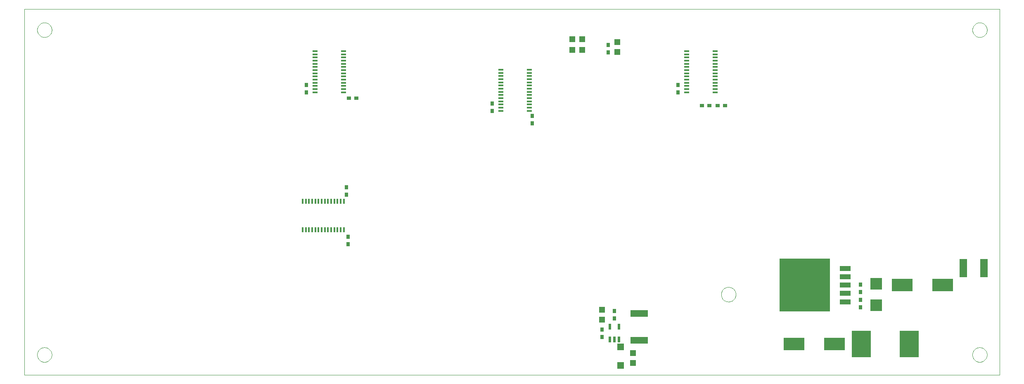
<source format=gbp>
G75*
G70*
%OFA0B0*%
%FSLAX24Y24*%
%IPPOS*%
%LPD*%
%AMOC8*
5,1,8,0,0,1.08239X$1,22.5*
%
%ADD10C,0.0000*%
%ADD11R,0.0217X0.0472*%
%ADD12R,0.0315X0.0354*%
%ADD13R,0.0512X0.0472*%
%ADD14R,0.0551X0.0551*%
%ADD15R,0.1402X0.0551*%
%ADD16R,0.0390X0.0120*%
%ADD17R,0.0354X0.0315*%
%ADD18R,0.0472X0.0512*%
%ADD19R,0.0120X0.0390*%
%ADD20R,0.4098X0.4252*%
%ADD21R,0.0850X0.0420*%
%ADD22R,0.1575X0.2126*%
%ADD23R,0.0945X0.0945*%
%ADD24R,0.1693X0.0984*%
%ADD25R,0.0591X0.1457*%
D10*
X000100Y000444D02*
X000100Y030003D01*
X078840Y030003D01*
X078840Y000444D01*
X000100Y000444D01*
X001134Y002069D02*
X001136Y002117D01*
X001142Y002165D01*
X001152Y002212D01*
X001165Y002258D01*
X001183Y002303D01*
X001203Y002347D01*
X001228Y002389D01*
X001256Y002428D01*
X001286Y002465D01*
X001320Y002499D01*
X001357Y002531D01*
X001395Y002560D01*
X001436Y002585D01*
X001479Y002607D01*
X001524Y002625D01*
X001570Y002639D01*
X001617Y002650D01*
X001665Y002657D01*
X001713Y002660D01*
X001761Y002659D01*
X001809Y002654D01*
X001857Y002645D01*
X001903Y002633D01*
X001948Y002616D01*
X001992Y002596D01*
X002034Y002573D01*
X002074Y002546D01*
X002112Y002516D01*
X002147Y002483D01*
X002179Y002447D01*
X002209Y002409D01*
X002235Y002368D01*
X002257Y002325D01*
X002277Y002281D01*
X002292Y002236D01*
X002304Y002189D01*
X002312Y002141D01*
X002316Y002093D01*
X002316Y002045D01*
X002312Y001997D01*
X002304Y001949D01*
X002292Y001902D01*
X002277Y001857D01*
X002257Y001813D01*
X002235Y001770D01*
X002209Y001729D01*
X002179Y001691D01*
X002147Y001655D01*
X002112Y001622D01*
X002074Y001592D01*
X002034Y001565D01*
X001992Y001542D01*
X001948Y001522D01*
X001903Y001505D01*
X001857Y001493D01*
X001809Y001484D01*
X001761Y001479D01*
X001713Y001478D01*
X001665Y001481D01*
X001617Y001488D01*
X001570Y001499D01*
X001524Y001513D01*
X001479Y001531D01*
X001436Y001553D01*
X001395Y001578D01*
X001357Y001607D01*
X001320Y001639D01*
X001286Y001673D01*
X001256Y001710D01*
X001228Y001749D01*
X001203Y001791D01*
X001183Y001835D01*
X001165Y001880D01*
X001152Y001926D01*
X001142Y001973D01*
X001136Y002021D01*
X001134Y002069D01*
X056351Y006944D02*
X056353Y006992D01*
X056359Y007040D01*
X056369Y007087D01*
X056382Y007133D01*
X056400Y007178D01*
X056420Y007222D01*
X056445Y007264D01*
X056473Y007303D01*
X056503Y007340D01*
X056537Y007374D01*
X056574Y007406D01*
X056612Y007435D01*
X056653Y007460D01*
X056696Y007482D01*
X056741Y007500D01*
X056787Y007514D01*
X056834Y007525D01*
X056882Y007532D01*
X056930Y007535D01*
X056978Y007534D01*
X057026Y007529D01*
X057074Y007520D01*
X057120Y007508D01*
X057165Y007491D01*
X057209Y007471D01*
X057251Y007448D01*
X057291Y007421D01*
X057329Y007391D01*
X057364Y007358D01*
X057396Y007322D01*
X057426Y007284D01*
X057452Y007243D01*
X057474Y007200D01*
X057494Y007156D01*
X057509Y007111D01*
X057521Y007064D01*
X057529Y007016D01*
X057533Y006968D01*
X057533Y006920D01*
X057529Y006872D01*
X057521Y006824D01*
X057509Y006777D01*
X057494Y006732D01*
X057474Y006688D01*
X057452Y006645D01*
X057426Y006604D01*
X057396Y006566D01*
X057364Y006530D01*
X057329Y006497D01*
X057291Y006467D01*
X057251Y006440D01*
X057209Y006417D01*
X057165Y006397D01*
X057120Y006380D01*
X057074Y006368D01*
X057026Y006359D01*
X056978Y006354D01*
X056930Y006353D01*
X056882Y006356D01*
X056834Y006363D01*
X056787Y006374D01*
X056741Y006388D01*
X056696Y006406D01*
X056653Y006428D01*
X056612Y006453D01*
X056574Y006482D01*
X056537Y006514D01*
X056503Y006548D01*
X056473Y006585D01*
X056445Y006624D01*
X056420Y006666D01*
X056400Y006710D01*
X056382Y006755D01*
X056369Y006801D01*
X056359Y006848D01*
X056353Y006896D01*
X056351Y006944D01*
X076634Y002069D02*
X076636Y002117D01*
X076642Y002165D01*
X076652Y002212D01*
X076665Y002258D01*
X076683Y002303D01*
X076703Y002347D01*
X076728Y002389D01*
X076756Y002428D01*
X076786Y002465D01*
X076820Y002499D01*
X076857Y002531D01*
X076895Y002560D01*
X076936Y002585D01*
X076979Y002607D01*
X077024Y002625D01*
X077070Y002639D01*
X077117Y002650D01*
X077165Y002657D01*
X077213Y002660D01*
X077261Y002659D01*
X077309Y002654D01*
X077357Y002645D01*
X077403Y002633D01*
X077448Y002616D01*
X077492Y002596D01*
X077534Y002573D01*
X077574Y002546D01*
X077612Y002516D01*
X077647Y002483D01*
X077679Y002447D01*
X077709Y002409D01*
X077735Y002368D01*
X077757Y002325D01*
X077777Y002281D01*
X077792Y002236D01*
X077804Y002189D01*
X077812Y002141D01*
X077816Y002093D01*
X077816Y002045D01*
X077812Y001997D01*
X077804Y001949D01*
X077792Y001902D01*
X077777Y001857D01*
X077757Y001813D01*
X077735Y001770D01*
X077709Y001729D01*
X077679Y001691D01*
X077647Y001655D01*
X077612Y001622D01*
X077574Y001592D01*
X077534Y001565D01*
X077492Y001542D01*
X077448Y001522D01*
X077403Y001505D01*
X077357Y001493D01*
X077309Y001484D01*
X077261Y001479D01*
X077213Y001478D01*
X077165Y001481D01*
X077117Y001488D01*
X077070Y001499D01*
X077024Y001513D01*
X076979Y001531D01*
X076936Y001553D01*
X076895Y001578D01*
X076857Y001607D01*
X076820Y001639D01*
X076786Y001673D01*
X076756Y001710D01*
X076728Y001749D01*
X076703Y001791D01*
X076683Y001835D01*
X076665Y001880D01*
X076652Y001926D01*
X076642Y001973D01*
X076636Y002021D01*
X076634Y002069D01*
X076634Y028319D02*
X076636Y028367D01*
X076642Y028415D01*
X076652Y028462D01*
X076665Y028508D01*
X076683Y028553D01*
X076703Y028597D01*
X076728Y028639D01*
X076756Y028678D01*
X076786Y028715D01*
X076820Y028749D01*
X076857Y028781D01*
X076895Y028810D01*
X076936Y028835D01*
X076979Y028857D01*
X077024Y028875D01*
X077070Y028889D01*
X077117Y028900D01*
X077165Y028907D01*
X077213Y028910D01*
X077261Y028909D01*
X077309Y028904D01*
X077357Y028895D01*
X077403Y028883D01*
X077448Y028866D01*
X077492Y028846D01*
X077534Y028823D01*
X077574Y028796D01*
X077612Y028766D01*
X077647Y028733D01*
X077679Y028697D01*
X077709Y028659D01*
X077735Y028618D01*
X077757Y028575D01*
X077777Y028531D01*
X077792Y028486D01*
X077804Y028439D01*
X077812Y028391D01*
X077816Y028343D01*
X077816Y028295D01*
X077812Y028247D01*
X077804Y028199D01*
X077792Y028152D01*
X077777Y028107D01*
X077757Y028063D01*
X077735Y028020D01*
X077709Y027979D01*
X077679Y027941D01*
X077647Y027905D01*
X077612Y027872D01*
X077574Y027842D01*
X077534Y027815D01*
X077492Y027792D01*
X077448Y027772D01*
X077403Y027755D01*
X077357Y027743D01*
X077309Y027734D01*
X077261Y027729D01*
X077213Y027728D01*
X077165Y027731D01*
X077117Y027738D01*
X077070Y027749D01*
X077024Y027763D01*
X076979Y027781D01*
X076936Y027803D01*
X076895Y027828D01*
X076857Y027857D01*
X076820Y027889D01*
X076786Y027923D01*
X076756Y027960D01*
X076728Y027999D01*
X076703Y028041D01*
X076683Y028085D01*
X076665Y028130D01*
X076652Y028176D01*
X076642Y028223D01*
X076636Y028271D01*
X076634Y028319D01*
X001134Y028319D02*
X001136Y028367D01*
X001142Y028415D01*
X001152Y028462D01*
X001165Y028508D01*
X001183Y028553D01*
X001203Y028597D01*
X001228Y028639D01*
X001256Y028678D01*
X001286Y028715D01*
X001320Y028749D01*
X001357Y028781D01*
X001395Y028810D01*
X001436Y028835D01*
X001479Y028857D01*
X001524Y028875D01*
X001570Y028889D01*
X001617Y028900D01*
X001665Y028907D01*
X001713Y028910D01*
X001761Y028909D01*
X001809Y028904D01*
X001857Y028895D01*
X001903Y028883D01*
X001948Y028866D01*
X001992Y028846D01*
X002034Y028823D01*
X002074Y028796D01*
X002112Y028766D01*
X002147Y028733D01*
X002179Y028697D01*
X002209Y028659D01*
X002235Y028618D01*
X002257Y028575D01*
X002277Y028531D01*
X002292Y028486D01*
X002304Y028439D01*
X002312Y028391D01*
X002316Y028343D01*
X002316Y028295D01*
X002312Y028247D01*
X002304Y028199D01*
X002292Y028152D01*
X002277Y028107D01*
X002257Y028063D01*
X002235Y028020D01*
X002209Y027979D01*
X002179Y027941D01*
X002147Y027905D01*
X002112Y027872D01*
X002074Y027842D01*
X002034Y027815D01*
X001992Y027792D01*
X001948Y027772D01*
X001903Y027755D01*
X001857Y027743D01*
X001809Y027734D01*
X001761Y027729D01*
X001713Y027728D01*
X001665Y027731D01*
X001617Y027738D01*
X001570Y027749D01*
X001524Y027763D01*
X001479Y027781D01*
X001436Y027803D01*
X001395Y027828D01*
X001357Y027857D01*
X001320Y027889D01*
X001286Y027923D01*
X001256Y027960D01*
X001228Y027999D01*
X001203Y028041D01*
X001183Y028085D01*
X001165Y028130D01*
X001152Y028176D01*
X001142Y028223D01*
X001136Y028271D01*
X001134Y028319D01*
D11*
X047351Y004331D03*
X048099Y004331D03*
X048099Y003307D03*
X047725Y003307D03*
X047351Y003307D03*
D12*
X046725Y003519D03*
X046725Y004119D03*
X047725Y005019D03*
X047725Y005619D03*
X067600Y005894D03*
X067600Y006494D03*
X067600Y007144D03*
X067600Y007744D03*
X041100Y020769D03*
X041100Y021369D03*
X037850Y021769D03*
X037850Y022369D03*
X047225Y026519D03*
X047225Y027119D03*
X052850Y023869D03*
X052850Y023269D03*
X026100Y015619D03*
X026100Y015019D03*
X026225Y011619D03*
X026225Y011019D03*
X022850Y023269D03*
X022850Y023869D03*
D13*
X047975Y026544D03*
X047975Y027344D03*
X046725Y005719D03*
X046725Y004919D03*
X049225Y002219D03*
X049225Y001419D03*
D14*
X048225Y001196D03*
X048225Y002692D03*
D15*
X049725Y003244D03*
X049725Y005394D03*
D16*
X040874Y021780D03*
X040874Y022036D03*
X040874Y022292D03*
X040874Y022548D03*
X040874Y022804D03*
X040874Y023060D03*
X040874Y023316D03*
X040874Y023572D03*
X040874Y023828D03*
X040874Y024084D03*
X040874Y024340D03*
X040874Y024595D03*
X040874Y024851D03*
X040874Y025107D03*
X038576Y025107D03*
X038576Y024851D03*
X038576Y024595D03*
X038576Y024340D03*
X038576Y024084D03*
X038576Y023828D03*
X038576Y023572D03*
X038576Y023316D03*
X038576Y023060D03*
X038576Y022804D03*
X038576Y022548D03*
X038576Y022292D03*
X038576Y022036D03*
X038576Y021780D03*
X025874Y023280D03*
X025874Y023536D03*
X025874Y023792D03*
X025874Y024048D03*
X025874Y024304D03*
X025874Y024560D03*
X025874Y024816D03*
X025874Y025072D03*
X025874Y025328D03*
X025874Y025584D03*
X025874Y025840D03*
X025874Y026095D03*
X025874Y026351D03*
X025874Y026607D03*
X023576Y026607D03*
X023576Y026351D03*
X023576Y026095D03*
X023576Y025840D03*
X023576Y025584D03*
X023576Y025328D03*
X023576Y025072D03*
X023576Y024816D03*
X023576Y024560D03*
X023576Y024304D03*
X023576Y024048D03*
X023576Y023792D03*
X023576Y023536D03*
X023576Y023280D03*
X053576Y023280D03*
X053576Y023536D03*
X053576Y023792D03*
X053576Y024048D03*
X053576Y024304D03*
X053576Y024560D03*
X053576Y024816D03*
X053576Y025072D03*
X053576Y025328D03*
X053576Y025584D03*
X053576Y025840D03*
X053576Y026095D03*
X053576Y026351D03*
X053576Y026607D03*
X055874Y026607D03*
X055874Y026351D03*
X055874Y026095D03*
X055874Y025840D03*
X055874Y025584D03*
X055874Y025328D03*
X055874Y025072D03*
X055874Y024816D03*
X055874Y024560D03*
X055874Y024304D03*
X055874Y024048D03*
X055874Y023792D03*
X055874Y023536D03*
X055874Y023280D03*
D17*
X056050Y022194D03*
X056650Y022194D03*
X055400Y022194D03*
X054800Y022194D03*
X026900Y022819D03*
X026300Y022819D03*
D18*
X044325Y026694D03*
X045125Y026694D03*
X045125Y027569D03*
X044325Y027569D03*
D19*
X025888Y014468D03*
X025632Y014468D03*
X025377Y014468D03*
X025121Y014468D03*
X024865Y014468D03*
X024609Y014468D03*
X024353Y014468D03*
X024097Y014468D03*
X023841Y014468D03*
X023585Y014468D03*
X023329Y014468D03*
X023073Y014468D03*
X022818Y014468D03*
X022562Y014468D03*
X022562Y012170D03*
X022818Y012170D03*
X023073Y012170D03*
X023329Y012170D03*
X023585Y012170D03*
X023841Y012170D03*
X024097Y012170D03*
X024353Y012170D03*
X024609Y012170D03*
X024865Y012170D03*
X025121Y012170D03*
X025377Y012170D03*
X025632Y012170D03*
X025888Y012170D03*
D20*
X063100Y007694D03*
D21*
X066380Y007694D03*
X066380Y008364D03*
X066380Y009034D03*
X066380Y007024D03*
X066380Y006354D03*
D22*
X067671Y002944D03*
X071529Y002944D03*
D23*
X068850Y006078D03*
X068850Y007810D03*
D24*
X070966Y007694D03*
X074234Y007694D03*
X065484Y002944D03*
X062216Y002944D03*
D25*
X075898Y009069D03*
X077552Y009069D03*
M02*

</source>
